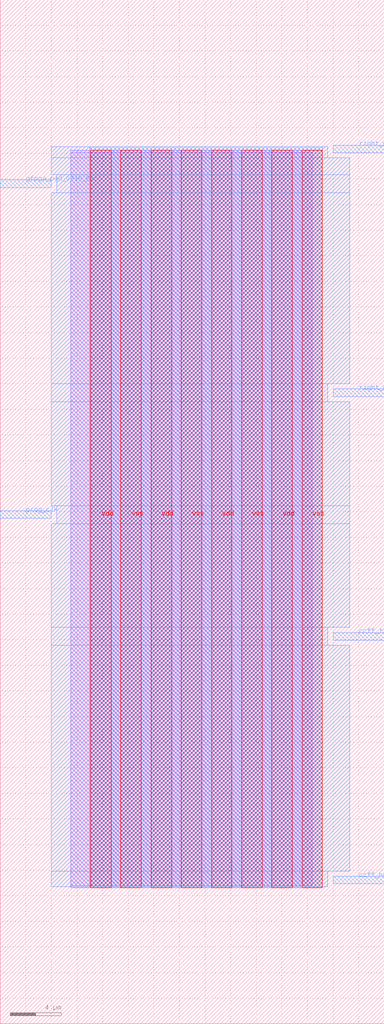
<source format=lef>
VERSION 5.7 ;
  NOWIREEXTENSIONATPIN ON ;
  DIVIDERCHAR "/" ;
  BUSBITCHARS "[]" ;
MACRO grid_io_left_out
  CLASS BLOCK ;
  FOREIGN grid_io_left_out ;
  ORIGIN 0.000 0.000 ;
  SIZE 30.000 BY 80.000 ;
  PIN ccff_head
    DIRECTION INPUT ;
    USE SIGNAL ;
    ANTENNAGATEAREA 0.196500 ;
    PORT
      LAYER met3 ;
        RECT 26.000 10.920 30.000 11.520 ;
    END
  END ccff_head
  PIN ccff_tail
    DIRECTION OUTPUT TRISTATE ;
    USE SIGNAL ;
    ANTENNADIFFAREA 0.445500 ;
    PORT
      LAYER met3 ;
        RECT 26.000 29.960 30.000 30.560 ;
    END
  END ccff_tail
  PIN gfpga_pad_GPIO_PAD
    DIRECTION OUTPUT TRISTATE ;
    USE SIGNAL ;
    ANTENNADIFFAREA 0.795200 ;
    PORT
      LAYER met3 ;
        RECT 0.000 65.320 4.000 65.920 ;
    END
  END gfpga_pad_GPIO_PAD
  PIN prog_clk
    DIRECTION INPUT ;
    USE SIGNAL ;
    ANTENNAGATEAREA 0.159000 ;
    PORT
      LAYER met3 ;
        RECT 0.000 39.480 4.000 40.080 ;
    END
  END prog_clk
  PIN right_width_0_height_0_subtile_0__pin_inpad_0_
    DIRECTION OUTPUT TRISTATE ;
    USE SIGNAL ;
    PORT
      LAYER met3 ;
        RECT 26.000 49.000 30.000 49.600 ;
    END
  END right_width_0_height_0_subtile_0__pin_inpad_0_
  PIN right_width_0_height_0_subtile_0__pin_outpad_0_
    DIRECTION INPUT ;
    USE SIGNAL ;
    ANTENNAGATEAREA 0.196500 ;
    PORT
      LAYER met3 ;
        RECT 26.000 68.040 30.000 68.640 ;
    END
  END right_width_0_height_0_subtile_0__pin_outpad_0_
  PIN vdd
    DIRECTION INOUT ;
    USE POWER ;
    PORT
      LAYER met4 ;
        RECT 7.075 10.640 8.675 68.240 ;
    END
    PORT
      LAYER met4 ;
        RECT 11.790 10.640 13.390 68.240 ;
    END
    PORT
      LAYER met4 ;
        RECT 16.505 10.640 18.105 68.240 ;
    END
    PORT
      LAYER met4 ;
        RECT 21.220 10.640 22.820 68.240 ;
    END
  END vdd
  PIN vss
    DIRECTION INOUT ;
    USE GROUND ;
    PORT
      LAYER met4 ;
        RECT 9.430 10.640 11.030 68.240 ;
    END
    PORT
      LAYER met4 ;
        RECT 14.145 10.640 15.745 68.240 ;
    END
    PORT
      LAYER met4 ;
        RECT 18.860 10.640 20.460 68.240 ;
    END
    PORT
      LAYER met4 ;
        RECT 23.575 10.640 25.175 68.240 ;
    END
  END vss
  OBS
      LAYER li1 ;
        RECT 5.520 10.795 24.380 68.085 ;
      LAYER met1 ;
        RECT 5.520 10.640 25.175 68.240 ;
      LAYER met2 ;
        RECT 6.990 10.695 25.145 68.525 ;
      LAYER met3 ;
        RECT 4.000 67.640 25.600 68.505 ;
        RECT 4.000 66.320 27.290 67.640 ;
        RECT 4.400 64.920 27.290 66.320 ;
        RECT 4.000 50.000 27.290 64.920 ;
        RECT 4.000 48.600 25.600 50.000 ;
        RECT 4.000 40.480 27.290 48.600 ;
        RECT 4.400 39.080 27.290 40.480 ;
        RECT 4.000 30.960 27.290 39.080 ;
        RECT 4.000 29.560 25.600 30.960 ;
        RECT 4.000 11.920 27.290 29.560 ;
        RECT 4.000 10.715 25.600 11.920 ;
  END
END grid_io_left_out
END LIBRARY


</source>
